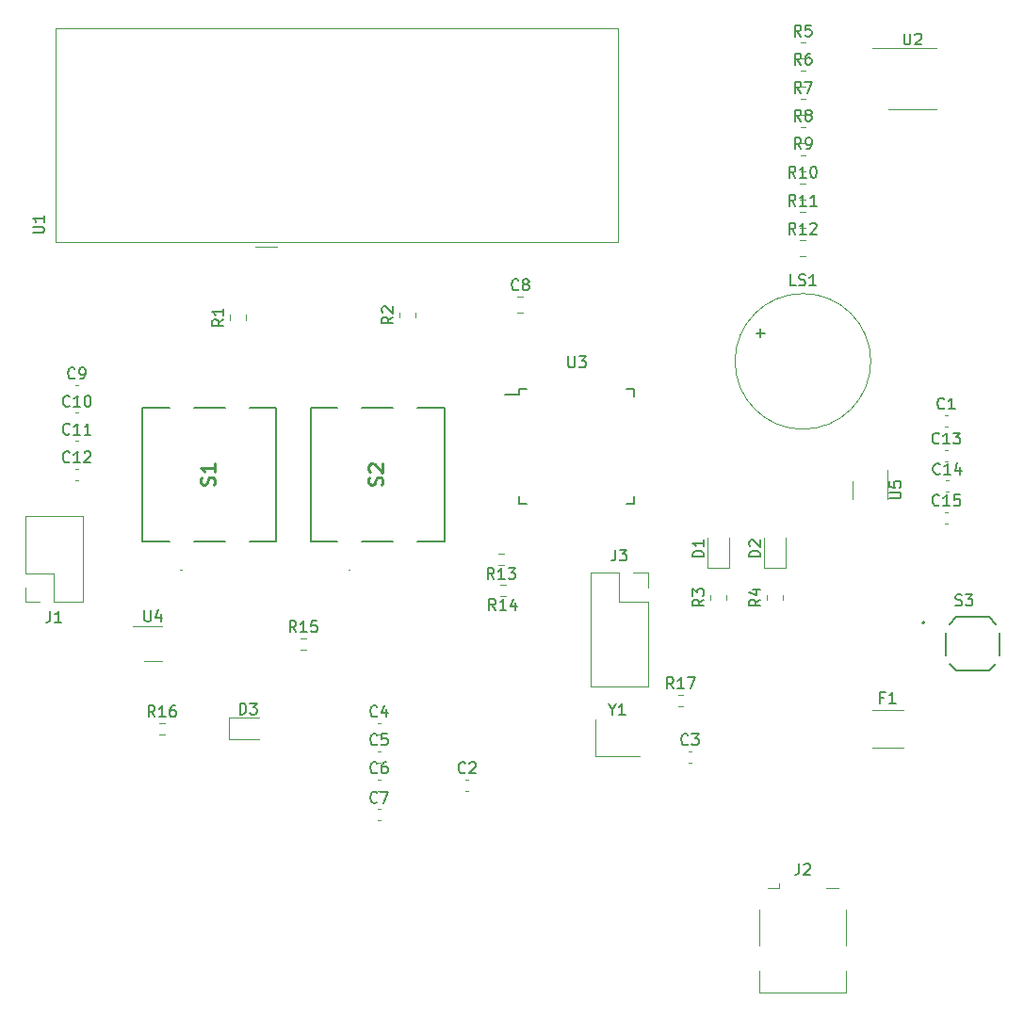
<source format=gbr>
%TF.GenerationSoftware,KiCad,Pcbnew,(7.0.0-0)*%
%TF.CreationDate,2023-05-29T15:25:59-06:00*%
%TF.ProjectId,Phase_B_ATMEGA_v3,50686173-655f-4425-9f41-544d4547415f,rev?*%
%TF.SameCoordinates,Original*%
%TF.FileFunction,Legend,Top*%
%TF.FilePolarity,Positive*%
%FSLAX46Y46*%
G04 Gerber Fmt 4.6, Leading zero omitted, Abs format (unit mm)*
G04 Created by KiCad (PCBNEW (7.0.0-0)) date 2023-05-29 15:25:59*
%MOMM*%
%LPD*%
G01*
G04 APERTURE LIST*
%ADD10C,0.150000*%
%ADD11C,0.254000*%
%ADD12C,0.120000*%
%ADD13C,0.100000*%
%ADD14C,0.200000*%
%ADD15C,0.127000*%
G04 APERTURE END LIST*
D10*
%TO.C,R3*%
X77457380Y-72199166D02*
X76981190Y-72532499D01*
X77457380Y-72770594D02*
X76457380Y-72770594D01*
X76457380Y-72770594D02*
X76457380Y-72389642D01*
X76457380Y-72389642D02*
X76505000Y-72294404D01*
X76505000Y-72294404D02*
X76552619Y-72246785D01*
X76552619Y-72246785D02*
X76647857Y-72199166D01*
X76647857Y-72199166D02*
X76790714Y-72199166D01*
X76790714Y-72199166D02*
X76885952Y-72246785D01*
X76885952Y-72246785D02*
X76933571Y-72294404D01*
X76933571Y-72294404D02*
X76981190Y-72389642D01*
X76981190Y-72389642D02*
X76981190Y-72770594D01*
X76457380Y-71865832D02*
X76457380Y-71246785D01*
X76457380Y-71246785D02*
X76838333Y-71580118D01*
X76838333Y-71580118D02*
X76838333Y-71437261D01*
X76838333Y-71437261D02*
X76885952Y-71342023D01*
X76885952Y-71342023D02*
X76933571Y-71294404D01*
X76933571Y-71294404D02*
X77028809Y-71246785D01*
X77028809Y-71246785D02*
X77266904Y-71246785D01*
X77266904Y-71246785D02*
X77362142Y-71294404D01*
X77362142Y-71294404D02*
X77409761Y-71342023D01*
X77409761Y-71342023D02*
X77457380Y-71437261D01*
X77457380Y-71437261D02*
X77457380Y-71722975D01*
X77457380Y-71722975D02*
X77409761Y-71818213D01*
X77409761Y-71818213D02*
X77362142Y-71865832D01*
%TO.C,D3*%
X35759405Y-82537380D02*
X35759405Y-81537380D01*
X35759405Y-81537380D02*
X35997500Y-81537380D01*
X35997500Y-81537380D02*
X36140357Y-81585000D01*
X36140357Y-81585000D02*
X36235595Y-81680238D01*
X36235595Y-81680238D02*
X36283214Y-81775476D01*
X36283214Y-81775476D02*
X36330833Y-81965952D01*
X36330833Y-81965952D02*
X36330833Y-82108809D01*
X36330833Y-82108809D02*
X36283214Y-82299285D01*
X36283214Y-82299285D02*
X36235595Y-82394523D01*
X36235595Y-82394523D02*
X36140357Y-82489761D01*
X36140357Y-82489761D02*
X35997500Y-82537380D01*
X35997500Y-82537380D02*
X35759405Y-82537380D01*
X36664167Y-81537380D02*
X37283214Y-81537380D01*
X37283214Y-81537380D02*
X36949881Y-81918333D01*
X36949881Y-81918333D02*
X37092738Y-81918333D01*
X37092738Y-81918333D02*
X37187976Y-81965952D01*
X37187976Y-81965952D02*
X37235595Y-82013571D01*
X37235595Y-82013571D02*
X37283214Y-82108809D01*
X37283214Y-82108809D02*
X37283214Y-82346904D01*
X37283214Y-82346904D02*
X37235595Y-82442142D01*
X37235595Y-82442142D02*
X37187976Y-82489761D01*
X37187976Y-82489761D02*
X37092738Y-82537380D01*
X37092738Y-82537380D02*
X36807024Y-82537380D01*
X36807024Y-82537380D02*
X36711786Y-82489761D01*
X36711786Y-82489761D02*
X36664167Y-82442142D01*
%TO.C,C4*%
X48093333Y-82662142D02*
X48045714Y-82709761D01*
X48045714Y-82709761D02*
X47902857Y-82757380D01*
X47902857Y-82757380D02*
X47807619Y-82757380D01*
X47807619Y-82757380D02*
X47664762Y-82709761D01*
X47664762Y-82709761D02*
X47569524Y-82614523D01*
X47569524Y-82614523D02*
X47521905Y-82519285D01*
X47521905Y-82519285D02*
X47474286Y-82328809D01*
X47474286Y-82328809D02*
X47474286Y-82185952D01*
X47474286Y-82185952D02*
X47521905Y-81995476D01*
X47521905Y-81995476D02*
X47569524Y-81900238D01*
X47569524Y-81900238D02*
X47664762Y-81805000D01*
X47664762Y-81805000D02*
X47807619Y-81757380D01*
X47807619Y-81757380D02*
X47902857Y-81757380D01*
X47902857Y-81757380D02*
X48045714Y-81805000D01*
X48045714Y-81805000D02*
X48093333Y-81852619D01*
X48950476Y-82090714D02*
X48950476Y-82757380D01*
X48712381Y-81709761D02*
X48474286Y-82424047D01*
X48474286Y-82424047D02*
X49093333Y-82424047D01*
%TO.C,R14*%
X58741447Y-73163289D02*
X58408114Y-72687099D01*
X58170019Y-73163289D02*
X58170019Y-72163289D01*
X58170019Y-72163289D02*
X58550971Y-72163289D01*
X58550971Y-72163289D02*
X58646209Y-72210909D01*
X58646209Y-72210909D02*
X58693828Y-72258528D01*
X58693828Y-72258528D02*
X58741447Y-72353766D01*
X58741447Y-72353766D02*
X58741447Y-72496623D01*
X58741447Y-72496623D02*
X58693828Y-72591861D01*
X58693828Y-72591861D02*
X58646209Y-72639480D01*
X58646209Y-72639480D02*
X58550971Y-72687099D01*
X58550971Y-72687099D02*
X58170019Y-72687099D01*
X59693828Y-73163289D02*
X59122400Y-73163289D01*
X59408114Y-73163289D02*
X59408114Y-72163289D01*
X59408114Y-72163289D02*
X59312876Y-72306147D01*
X59312876Y-72306147D02*
X59217638Y-72401385D01*
X59217638Y-72401385D02*
X59122400Y-72449004D01*
X60550971Y-72496623D02*
X60550971Y-73163289D01*
X60312876Y-72115670D02*
X60074781Y-72829956D01*
X60074781Y-72829956D02*
X60693828Y-72829956D01*
%TO.C,F1*%
X93646666Y-81013571D02*
X93313333Y-81013571D01*
X93313333Y-81537380D02*
X93313333Y-80537380D01*
X93313333Y-80537380D02*
X93789523Y-80537380D01*
X94694285Y-81537380D02*
X94122857Y-81537380D01*
X94408571Y-81537380D02*
X94408571Y-80537380D01*
X94408571Y-80537380D02*
X94313333Y-80680238D01*
X94313333Y-80680238D02*
X94218095Y-80775476D01*
X94218095Y-80775476D02*
X94122857Y-80823095D01*
%TO.C,C7*%
X48093333Y-90402142D02*
X48045714Y-90449761D01*
X48045714Y-90449761D02*
X47902857Y-90497380D01*
X47902857Y-90497380D02*
X47807619Y-90497380D01*
X47807619Y-90497380D02*
X47664762Y-90449761D01*
X47664762Y-90449761D02*
X47569524Y-90354523D01*
X47569524Y-90354523D02*
X47521905Y-90259285D01*
X47521905Y-90259285D02*
X47474286Y-90068809D01*
X47474286Y-90068809D02*
X47474286Y-89925952D01*
X47474286Y-89925952D02*
X47521905Y-89735476D01*
X47521905Y-89735476D02*
X47569524Y-89640238D01*
X47569524Y-89640238D02*
X47664762Y-89545000D01*
X47664762Y-89545000D02*
X47807619Y-89497380D01*
X47807619Y-89497380D02*
X47902857Y-89497380D01*
X47902857Y-89497380D02*
X48045714Y-89545000D01*
X48045714Y-89545000D02*
X48093333Y-89592619D01*
X48426667Y-89497380D02*
X49093333Y-89497380D01*
X49093333Y-89497380D02*
X48664762Y-90497380D01*
%TO.C,R10*%
X85697033Y-34278595D02*
X85363700Y-33802405D01*
X85125605Y-34278595D02*
X85125605Y-33278595D01*
X85125605Y-33278595D02*
X85506557Y-33278595D01*
X85506557Y-33278595D02*
X85601795Y-33326215D01*
X85601795Y-33326215D02*
X85649414Y-33373834D01*
X85649414Y-33373834D02*
X85697033Y-33469072D01*
X85697033Y-33469072D02*
X85697033Y-33611929D01*
X85697033Y-33611929D02*
X85649414Y-33707167D01*
X85649414Y-33707167D02*
X85601795Y-33754786D01*
X85601795Y-33754786D02*
X85506557Y-33802405D01*
X85506557Y-33802405D02*
X85125605Y-33802405D01*
X86649414Y-34278595D02*
X86077986Y-34278595D01*
X86363700Y-34278595D02*
X86363700Y-33278595D01*
X86363700Y-33278595D02*
X86268462Y-33421453D01*
X86268462Y-33421453D02*
X86173224Y-33516691D01*
X86173224Y-33516691D02*
X86077986Y-33564310D01*
X87268462Y-33278595D02*
X87363700Y-33278595D01*
X87363700Y-33278595D02*
X87458938Y-33326215D01*
X87458938Y-33326215D02*
X87506557Y-33373834D01*
X87506557Y-33373834D02*
X87554176Y-33469072D01*
X87554176Y-33469072D02*
X87601795Y-33659548D01*
X87601795Y-33659548D02*
X87601795Y-33897643D01*
X87601795Y-33897643D02*
X87554176Y-34088119D01*
X87554176Y-34088119D02*
X87506557Y-34183357D01*
X87506557Y-34183357D02*
X87458938Y-34230976D01*
X87458938Y-34230976D02*
X87363700Y-34278595D01*
X87363700Y-34278595D02*
X87268462Y-34278595D01*
X87268462Y-34278595D02*
X87173224Y-34230976D01*
X87173224Y-34230976D02*
X87125605Y-34183357D01*
X87125605Y-34183357D02*
X87077986Y-34088119D01*
X87077986Y-34088119D02*
X87030367Y-33897643D01*
X87030367Y-33897643D02*
X87030367Y-33659548D01*
X87030367Y-33659548D02*
X87077986Y-33469072D01*
X87077986Y-33469072D02*
X87125605Y-33373834D01*
X87125605Y-33373834D02*
X87173224Y-33326215D01*
X87173224Y-33326215D02*
X87268462Y-33278595D01*
%TO.C,R2*%
X49517380Y-46799166D02*
X49041190Y-47132499D01*
X49517380Y-47370594D02*
X48517380Y-47370594D01*
X48517380Y-47370594D02*
X48517380Y-46989642D01*
X48517380Y-46989642D02*
X48565000Y-46894404D01*
X48565000Y-46894404D02*
X48612619Y-46846785D01*
X48612619Y-46846785D02*
X48707857Y-46799166D01*
X48707857Y-46799166D02*
X48850714Y-46799166D01*
X48850714Y-46799166D02*
X48945952Y-46846785D01*
X48945952Y-46846785D02*
X48993571Y-46894404D01*
X48993571Y-46894404D02*
X49041190Y-46989642D01*
X49041190Y-46989642D02*
X49041190Y-47370594D01*
X48612619Y-46418213D02*
X48565000Y-46370594D01*
X48565000Y-46370594D02*
X48517380Y-46275356D01*
X48517380Y-46275356D02*
X48517380Y-46037261D01*
X48517380Y-46037261D02*
X48565000Y-45942023D01*
X48565000Y-45942023D02*
X48612619Y-45894404D01*
X48612619Y-45894404D02*
X48707857Y-45846785D01*
X48707857Y-45846785D02*
X48803095Y-45846785D01*
X48803095Y-45846785D02*
X48945952Y-45894404D01*
X48945952Y-45894404D02*
X49517380Y-46465832D01*
X49517380Y-46465832D02*
X49517380Y-45846785D01*
%TO.C,C10*%
X20452142Y-54782142D02*
X20404523Y-54829761D01*
X20404523Y-54829761D02*
X20261666Y-54877380D01*
X20261666Y-54877380D02*
X20166428Y-54877380D01*
X20166428Y-54877380D02*
X20023571Y-54829761D01*
X20023571Y-54829761D02*
X19928333Y-54734523D01*
X19928333Y-54734523D02*
X19880714Y-54639285D01*
X19880714Y-54639285D02*
X19833095Y-54448809D01*
X19833095Y-54448809D02*
X19833095Y-54305952D01*
X19833095Y-54305952D02*
X19880714Y-54115476D01*
X19880714Y-54115476D02*
X19928333Y-54020238D01*
X19928333Y-54020238D02*
X20023571Y-53925000D01*
X20023571Y-53925000D02*
X20166428Y-53877380D01*
X20166428Y-53877380D02*
X20261666Y-53877380D01*
X20261666Y-53877380D02*
X20404523Y-53925000D01*
X20404523Y-53925000D02*
X20452142Y-53972619D01*
X21404523Y-54877380D02*
X20833095Y-54877380D01*
X21118809Y-54877380D02*
X21118809Y-53877380D01*
X21118809Y-53877380D02*
X21023571Y-54020238D01*
X21023571Y-54020238D02*
X20928333Y-54115476D01*
X20928333Y-54115476D02*
X20833095Y-54163095D01*
X22023571Y-53877380D02*
X22118809Y-53877380D01*
X22118809Y-53877380D02*
X22214047Y-53925000D01*
X22214047Y-53925000D02*
X22261666Y-53972619D01*
X22261666Y-53972619D02*
X22309285Y-54067857D01*
X22309285Y-54067857D02*
X22356904Y-54258333D01*
X22356904Y-54258333D02*
X22356904Y-54496428D01*
X22356904Y-54496428D02*
X22309285Y-54686904D01*
X22309285Y-54686904D02*
X22261666Y-54782142D01*
X22261666Y-54782142D02*
X22214047Y-54829761D01*
X22214047Y-54829761D02*
X22118809Y-54877380D01*
X22118809Y-54877380D02*
X22023571Y-54877380D01*
X22023571Y-54877380D02*
X21928333Y-54829761D01*
X21928333Y-54829761D02*
X21880714Y-54782142D01*
X21880714Y-54782142D02*
X21833095Y-54686904D01*
X21833095Y-54686904D02*
X21785476Y-54496428D01*
X21785476Y-54496428D02*
X21785476Y-54258333D01*
X21785476Y-54258333D02*
X21833095Y-54067857D01*
X21833095Y-54067857D02*
X21880714Y-53972619D01*
X21880714Y-53972619D02*
X21928333Y-53925000D01*
X21928333Y-53925000D02*
X22023571Y-53877380D01*
%TO.C,R15*%
X40822142Y-75137380D02*
X40488809Y-74661190D01*
X40250714Y-75137380D02*
X40250714Y-74137380D01*
X40250714Y-74137380D02*
X40631666Y-74137380D01*
X40631666Y-74137380D02*
X40726904Y-74185000D01*
X40726904Y-74185000D02*
X40774523Y-74232619D01*
X40774523Y-74232619D02*
X40822142Y-74327857D01*
X40822142Y-74327857D02*
X40822142Y-74470714D01*
X40822142Y-74470714D02*
X40774523Y-74565952D01*
X40774523Y-74565952D02*
X40726904Y-74613571D01*
X40726904Y-74613571D02*
X40631666Y-74661190D01*
X40631666Y-74661190D02*
X40250714Y-74661190D01*
X41774523Y-75137380D02*
X41203095Y-75137380D01*
X41488809Y-75137380D02*
X41488809Y-74137380D01*
X41488809Y-74137380D02*
X41393571Y-74280238D01*
X41393571Y-74280238D02*
X41298333Y-74375476D01*
X41298333Y-74375476D02*
X41203095Y-74423095D01*
X42679285Y-74137380D02*
X42203095Y-74137380D01*
X42203095Y-74137380D02*
X42155476Y-74613571D01*
X42155476Y-74613571D02*
X42203095Y-74565952D01*
X42203095Y-74565952D02*
X42298333Y-74518333D01*
X42298333Y-74518333D02*
X42536428Y-74518333D01*
X42536428Y-74518333D02*
X42631666Y-74565952D01*
X42631666Y-74565952D02*
X42679285Y-74613571D01*
X42679285Y-74613571D02*
X42726904Y-74708809D01*
X42726904Y-74708809D02*
X42726904Y-74946904D01*
X42726904Y-74946904D02*
X42679285Y-75042142D01*
X42679285Y-75042142D02*
X42631666Y-75089761D01*
X42631666Y-75089761D02*
X42536428Y-75137380D01*
X42536428Y-75137380D02*
X42298333Y-75137380D01*
X42298333Y-75137380D02*
X42203095Y-75089761D01*
X42203095Y-75089761D02*
X42155476Y-75042142D01*
%TO.C,R4*%
X82537380Y-72199166D02*
X82061190Y-72532499D01*
X82537380Y-72770594D02*
X81537380Y-72770594D01*
X81537380Y-72770594D02*
X81537380Y-72389642D01*
X81537380Y-72389642D02*
X81585000Y-72294404D01*
X81585000Y-72294404D02*
X81632619Y-72246785D01*
X81632619Y-72246785D02*
X81727857Y-72199166D01*
X81727857Y-72199166D02*
X81870714Y-72199166D01*
X81870714Y-72199166D02*
X81965952Y-72246785D01*
X81965952Y-72246785D02*
X82013571Y-72294404D01*
X82013571Y-72294404D02*
X82061190Y-72389642D01*
X82061190Y-72389642D02*
X82061190Y-72770594D01*
X81870714Y-71342023D02*
X82537380Y-71342023D01*
X81489761Y-71580118D02*
X82204047Y-71818213D01*
X82204047Y-71818213D02*
X82204047Y-71199166D01*
%TO.C,C1*%
X99068333Y-54987142D02*
X99020714Y-55034761D01*
X99020714Y-55034761D02*
X98877857Y-55082380D01*
X98877857Y-55082380D02*
X98782619Y-55082380D01*
X98782619Y-55082380D02*
X98639762Y-55034761D01*
X98639762Y-55034761D02*
X98544524Y-54939523D01*
X98544524Y-54939523D02*
X98496905Y-54844285D01*
X98496905Y-54844285D02*
X98449286Y-54653809D01*
X98449286Y-54653809D02*
X98449286Y-54510952D01*
X98449286Y-54510952D02*
X98496905Y-54320476D01*
X98496905Y-54320476D02*
X98544524Y-54225238D01*
X98544524Y-54225238D02*
X98639762Y-54130000D01*
X98639762Y-54130000D02*
X98782619Y-54082380D01*
X98782619Y-54082380D02*
X98877857Y-54082380D01*
X98877857Y-54082380D02*
X99020714Y-54130000D01*
X99020714Y-54130000D02*
X99068333Y-54177619D01*
X100020714Y-55082380D02*
X99449286Y-55082380D01*
X99735000Y-55082380D02*
X99735000Y-54082380D01*
X99735000Y-54082380D02*
X99639762Y-54225238D01*
X99639762Y-54225238D02*
X99544524Y-54320476D01*
X99544524Y-54320476D02*
X99449286Y-54368095D01*
%TO.C,C14*%
X98678645Y-60864437D02*
X98631026Y-60912056D01*
X98631026Y-60912056D02*
X98488169Y-60959675D01*
X98488169Y-60959675D02*
X98392931Y-60959675D01*
X98392931Y-60959675D02*
X98250074Y-60912056D01*
X98250074Y-60912056D02*
X98154836Y-60816818D01*
X98154836Y-60816818D02*
X98107217Y-60721580D01*
X98107217Y-60721580D02*
X98059598Y-60531104D01*
X98059598Y-60531104D02*
X98059598Y-60388247D01*
X98059598Y-60388247D02*
X98107217Y-60197771D01*
X98107217Y-60197771D02*
X98154836Y-60102533D01*
X98154836Y-60102533D02*
X98250074Y-60007295D01*
X98250074Y-60007295D02*
X98392931Y-59959675D01*
X98392931Y-59959675D02*
X98488169Y-59959675D01*
X98488169Y-59959675D02*
X98631026Y-60007295D01*
X98631026Y-60007295D02*
X98678645Y-60054914D01*
X99631026Y-60959675D02*
X99059598Y-60959675D01*
X99345312Y-60959675D02*
X99345312Y-59959675D01*
X99345312Y-59959675D02*
X99250074Y-60102533D01*
X99250074Y-60102533D02*
X99154836Y-60197771D01*
X99154836Y-60197771D02*
X99059598Y-60245390D01*
X100488169Y-60293009D02*
X100488169Y-60959675D01*
X100250074Y-59912056D02*
X100011979Y-60626342D01*
X100011979Y-60626342D02*
X100631026Y-60626342D01*
%TO.C,C13*%
X98595441Y-58118714D02*
X98547822Y-58166333D01*
X98547822Y-58166333D02*
X98404965Y-58213952D01*
X98404965Y-58213952D02*
X98309727Y-58213952D01*
X98309727Y-58213952D02*
X98166870Y-58166333D01*
X98166870Y-58166333D02*
X98071632Y-58071095D01*
X98071632Y-58071095D02*
X98024013Y-57975857D01*
X98024013Y-57975857D02*
X97976394Y-57785381D01*
X97976394Y-57785381D02*
X97976394Y-57642524D01*
X97976394Y-57642524D02*
X98024013Y-57452048D01*
X98024013Y-57452048D02*
X98071632Y-57356810D01*
X98071632Y-57356810D02*
X98166870Y-57261572D01*
X98166870Y-57261572D02*
X98309727Y-57213952D01*
X98309727Y-57213952D02*
X98404965Y-57213952D01*
X98404965Y-57213952D02*
X98547822Y-57261572D01*
X98547822Y-57261572D02*
X98595441Y-57309191D01*
X99547822Y-58213952D02*
X98976394Y-58213952D01*
X99262108Y-58213952D02*
X99262108Y-57213952D01*
X99262108Y-57213952D02*
X99166870Y-57356810D01*
X99166870Y-57356810D02*
X99071632Y-57452048D01*
X99071632Y-57452048D02*
X98976394Y-57499667D01*
X99881156Y-57213952D02*
X100500203Y-57213952D01*
X100500203Y-57213952D02*
X100166870Y-57594905D01*
X100166870Y-57594905D02*
X100309727Y-57594905D01*
X100309727Y-57594905D02*
X100404965Y-57642524D01*
X100404965Y-57642524D02*
X100452584Y-57690143D01*
X100452584Y-57690143D02*
X100500203Y-57785381D01*
X100500203Y-57785381D02*
X100500203Y-58023476D01*
X100500203Y-58023476D02*
X100452584Y-58118714D01*
X100452584Y-58118714D02*
X100404965Y-58166333D01*
X100404965Y-58166333D02*
X100309727Y-58213952D01*
X100309727Y-58213952D02*
X100024013Y-58213952D01*
X100024013Y-58213952D02*
X99928775Y-58166333D01*
X99928775Y-58166333D02*
X99881156Y-58118714D01*
%TO.C,D1*%
X77457380Y-68380594D02*
X76457380Y-68380594D01*
X76457380Y-68380594D02*
X76457380Y-68142499D01*
X76457380Y-68142499D02*
X76505000Y-67999642D01*
X76505000Y-67999642D02*
X76600238Y-67904404D01*
X76600238Y-67904404D02*
X76695476Y-67856785D01*
X76695476Y-67856785D02*
X76885952Y-67809166D01*
X76885952Y-67809166D02*
X77028809Y-67809166D01*
X77028809Y-67809166D02*
X77219285Y-67856785D01*
X77219285Y-67856785D02*
X77314523Y-67904404D01*
X77314523Y-67904404D02*
X77409761Y-67999642D01*
X77409761Y-67999642D02*
X77457380Y-68142499D01*
X77457380Y-68142499D02*
X77457380Y-68380594D01*
X77457380Y-66856785D02*
X77457380Y-67428213D01*
X77457380Y-67142499D02*
X76457380Y-67142499D01*
X76457380Y-67142499D02*
X76600238Y-67237737D01*
X76600238Y-67237737D02*
X76695476Y-67332975D01*
X76695476Y-67332975D02*
X76743095Y-67428213D01*
%TO.C,Y1*%
X69203809Y-82111190D02*
X69203809Y-82587380D01*
X68870476Y-81587380D02*
X69203809Y-82111190D01*
X69203809Y-82111190D02*
X69537142Y-81587380D01*
X70394285Y-82587380D02*
X69822857Y-82587380D01*
X70108571Y-82587380D02*
X70108571Y-81587380D01*
X70108571Y-81587380D02*
X70013333Y-81730238D01*
X70013333Y-81730238D02*
X69918095Y-81825476D01*
X69918095Y-81825476D02*
X69822857Y-81873095D01*
D11*
%TO.C,S2*%
X48526097Y-61927619D02*
X48586573Y-61746190D01*
X48586573Y-61746190D02*
X48586573Y-61443809D01*
X48586573Y-61443809D02*
X48526097Y-61322857D01*
X48526097Y-61322857D02*
X48465621Y-61262381D01*
X48465621Y-61262381D02*
X48344669Y-61201904D01*
X48344669Y-61201904D02*
X48223716Y-61201904D01*
X48223716Y-61201904D02*
X48102764Y-61262381D01*
X48102764Y-61262381D02*
X48042288Y-61322857D01*
X48042288Y-61322857D02*
X47981811Y-61443809D01*
X47981811Y-61443809D02*
X47921335Y-61685714D01*
X47921335Y-61685714D02*
X47860859Y-61806666D01*
X47860859Y-61806666D02*
X47800383Y-61867143D01*
X47800383Y-61867143D02*
X47679430Y-61927619D01*
X47679430Y-61927619D02*
X47558478Y-61927619D01*
X47558478Y-61927619D02*
X47437526Y-61867143D01*
X47437526Y-61867143D02*
X47377050Y-61806666D01*
X47377050Y-61806666D02*
X47316573Y-61685714D01*
X47316573Y-61685714D02*
X47316573Y-61383333D01*
X47316573Y-61383333D02*
X47377050Y-61201904D01*
X47437526Y-60718095D02*
X47377050Y-60657619D01*
X47377050Y-60657619D02*
X47316573Y-60536666D01*
X47316573Y-60536666D02*
X47316573Y-60234285D01*
X47316573Y-60234285D02*
X47377050Y-60113333D01*
X47377050Y-60113333D02*
X47437526Y-60052857D01*
X47437526Y-60052857D02*
X47558478Y-59992380D01*
X47558478Y-59992380D02*
X47679430Y-59992380D01*
X47679430Y-59992380D02*
X47860859Y-60052857D01*
X47860859Y-60052857D02*
X48586573Y-60778571D01*
X48586573Y-60778571D02*
X48586573Y-59992380D01*
D10*
%TO.C,C6*%
X48093333Y-87742142D02*
X48045714Y-87789761D01*
X48045714Y-87789761D02*
X47902857Y-87837380D01*
X47902857Y-87837380D02*
X47807619Y-87837380D01*
X47807619Y-87837380D02*
X47664762Y-87789761D01*
X47664762Y-87789761D02*
X47569524Y-87694523D01*
X47569524Y-87694523D02*
X47521905Y-87599285D01*
X47521905Y-87599285D02*
X47474286Y-87408809D01*
X47474286Y-87408809D02*
X47474286Y-87265952D01*
X47474286Y-87265952D02*
X47521905Y-87075476D01*
X47521905Y-87075476D02*
X47569524Y-86980238D01*
X47569524Y-86980238D02*
X47664762Y-86885000D01*
X47664762Y-86885000D02*
X47807619Y-86837380D01*
X47807619Y-86837380D02*
X47902857Y-86837380D01*
X47902857Y-86837380D02*
X48045714Y-86885000D01*
X48045714Y-86885000D02*
X48093333Y-86932619D01*
X48950476Y-86837380D02*
X48760000Y-86837380D01*
X48760000Y-86837380D02*
X48664762Y-86885000D01*
X48664762Y-86885000D02*
X48617143Y-86932619D01*
X48617143Y-86932619D02*
X48521905Y-87075476D01*
X48521905Y-87075476D02*
X48474286Y-87265952D01*
X48474286Y-87265952D02*
X48474286Y-87646904D01*
X48474286Y-87646904D02*
X48521905Y-87742142D01*
X48521905Y-87742142D02*
X48569524Y-87789761D01*
X48569524Y-87789761D02*
X48664762Y-87837380D01*
X48664762Y-87837380D02*
X48855238Y-87837380D01*
X48855238Y-87837380D02*
X48950476Y-87789761D01*
X48950476Y-87789761D02*
X48998095Y-87742142D01*
X48998095Y-87742142D02*
X49045714Y-87646904D01*
X49045714Y-87646904D02*
X49045714Y-87408809D01*
X49045714Y-87408809D02*
X48998095Y-87313571D01*
X48998095Y-87313571D02*
X48950476Y-87265952D01*
X48950476Y-87265952D02*
X48855238Y-87218333D01*
X48855238Y-87218333D02*
X48664762Y-87218333D01*
X48664762Y-87218333D02*
X48569524Y-87265952D01*
X48569524Y-87265952D02*
X48521905Y-87313571D01*
X48521905Y-87313571D02*
X48474286Y-87408809D01*
%TO.C,R17*%
X74732142Y-80217380D02*
X74398809Y-79741190D01*
X74160714Y-80217380D02*
X74160714Y-79217380D01*
X74160714Y-79217380D02*
X74541666Y-79217380D01*
X74541666Y-79217380D02*
X74636904Y-79265000D01*
X74636904Y-79265000D02*
X74684523Y-79312619D01*
X74684523Y-79312619D02*
X74732142Y-79407857D01*
X74732142Y-79407857D02*
X74732142Y-79550714D01*
X74732142Y-79550714D02*
X74684523Y-79645952D01*
X74684523Y-79645952D02*
X74636904Y-79693571D01*
X74636904Y-79693571D02*
X74541666Y-79741190D01*
X74541666Y-79741190D02*
X74160714Y-79741190D01*
X75684523Y-80217380D02*
X75113095Y-80217380D01*
X75398809Y-80217380D02*
X75398809Y-79217380D01*
X75398809Y-79217380D02*
X75303571Y-79360238D01*
X75303571Y-79360238D02*
X75208333Y-79455476D01*
X75208333Y-79455476D02*
X75113095Y-79503095D01*
X76017857Y-79217380D02*
X76684523Y-79217380D01*
X76684523Y-79217380D02*
X76255952Y-80217380D01*
D11*
%TO.C,S1*%
X33426097Y-61927619D02*
X33486573Y-61746190D01*
X33486573Y-61746190D02*
X33486573Y-61443809D01*
X33486573Y-61443809D02*
X33426097Y-61322857D01*
X33426097Y-61322857D02*
X33365621Y-61262381D01*
X33365621Y-61262381D02*
X33244669Y-61201904D01*
X33244669Y-61201904D02*
X33123716Y-61201904D01*
X33123716Y-61201904D02*
X33002764Y-61262381D01*
X33002764Y-61262381D02*
X32942288Y-61322857D01*
X32942288Y-61322857D02*
X32881811Y-61443809D01*
X32881811Y-61443809D02*
X32821335Y-61685714D01*
X32821335Y-61685714D02*
X32760859Y-61806666D01*
X32760859Y-61806666D02*
X32700383Y-61867143D01*
X32700383Y-61867143D02*
X32579430Y-61927619D01*
X32579430Y-61927619D02*
X32458478Y-61927619D01*
X32458478Y-61927619D02*
X32337526Y-61867143D01*
X32337526Y-61867143D02*
X32277050Y-61806666D01*
X32277050Y-61806666D02*
X32216573Y-61685714D01*
X32216573Y-61685714D02*
X32216573Y-61383333D01*
X32216573Y-61383333D02*
X32277050Y-61201904D01*
X33486573Y-59992380D02*
X33486573Y-60718095D01*
X33486573Y-60355238D02*
X32216573Y-60355238D01*
X32216573Y-60355238D02*
X32398002Y-60476190D01*
X32398002Y-60476190D02*
X32518954Y-60597142D01*
X32518954Y-60597142D02*
X32579430Y-60718095D01*
D10*
%TO.C,J2*%
X86026666Y-95967380D02*
X86026666Y-96681666D01*
X86026666Y-96681666D02*
X85979047Y-96824523D01*
X85979047Y-96824523D02*
X85883809Y-96919761D01*
X85883809Y-96919761D02*
X85740952Y-96967380D01*
X85740952Y-96967380D02*
X85645714Y-96967380D01*
X86455238Y-96062619D02*
X86502857Y-96015000D01*
X86502857Y-96015000D02*
X86598095Y-95967380D01*
X86598095Y-95967380D02*
X86836190Y-95967380D01*
X86836190Y-95967380D02*
X86931428Y-96015000D01*
X86931428Y-96015000D02*
X86979047Y-96062619D01*
X86979047Y-96062619D02*
X87026666Y-96157857D01*
X87026666Y-96157857D02*
X87026666Y-96253095D01*
X87026666Y-96253095D02*
X86979047Y-96395952D01*
X86979047Y-96395952D02*
X86407619Y-96967380D01*
X86407619Y-96967380D02*
X87026666Y-96967380D01*
%TO.C,C3*%
X76033333Y-85202142D02*
X75985714Y-85249761D01*
X75985714Y-85249761D02*
X75842857Y-85297380D01*
X75842857Y-85297380D02*
X75747619Y-85297380D01*
X75747619Y-85297380D02*
X75604762Y-85249761D01*
X75604762Y-85249761D02*
X75509524Y-85154523D01*
X75509524Y-85154523D02*
X75461905Y-85059285D01*
X75461905Y-85059285D02*
X75414286Y-84868809D01*
X75414286Y-84868809D02*
X75414286Y-84725952D01*
X75414286Y-84725952D02*
X75461905Y-84535476D01*
X75461905Y-84535476D02*
X75509524Y-84440238D01*
X75509524Y-84440238D02*
X75604762Y-84345000D01*
X75604762Y-84345000D02*
X75747619Y-84297380D01*
X75747619Y-84297380D02*
X75842857Y-84297380D01*
X75842857Y-84297380D02*
X75985714Y-84345000D01*
X75985714Y-84345000D02*
X76033333Y-84392619D01*
X76366667Y-84297380D02*
X76985714Y-84297380D01*
X76985714Y-84297380D02*
X76652381Y-84678333D01*
X76652381Y-84678333D02*
X76795238Y-84678333D01*
X76795238Y-84678333D02*
X76890476Y-84725952D01*
X76890476Y-84725952D02*
X76938095Y-84773571D01*
X76938095Y-84773571D02*
X76985714Y-84868809D01*
X76985714Y-84868809D02*
X76985714Y-85106904D01*
X76985714Y-85106904D02*
X76938095Y-85202142D01*
X76938095Y-85202142D02*
X76890476Y-85249761D01*
X76890476Y-85249761D02*
X76795238Y-85297380D01*
X76795238Y-85297380D02*
X76509524Y-85297380D01*
X76509524Y-85297380D02*
X76414286Y-85249761D01*
X76414286Y-85249761D02*
X76366667Y-85202142D01*
%TO.C,R8*%
X86193333Y-29197380D02*
X85860000Y-28721190D01*
X85621905Y-29197380D02*
X85621905Y-28197380D01*
X85621905Y-28197380D02*
X86002857Y-28197380D01*
X86002857Y-28197380D02*
X86098095Y-28245000D01*
X86098095Y-28245000D02*
X86145714Y-28292619D01*
X86145714Y-28292619D02*
X86193333Y-28387857D01*
X86193333Y-28387857D02*
X86193333Y-28530714D01*
X86193333Y-28530714D02*
X86145714Y-28625952D01*
X86145714Y-28625952D02*
X86098095Y-28673571D01*
X86098095Y-28673571D02*
X86002857Y-28721190D01*
X86002857Y-28721190D02*
X85621905Y-28721190D01*
X86764762Y-28625952D02*
X86669524Y-28578333D01*
X86669524Y-28578333D02*
X86621905Y-28530714D01*
X86621905Y-28530714D02*
X86574286Y-28435476D01*
X86574286Y-28435476D02*
X86574286Y-28387857D01*
X86574286Y-28387857D02*
X86621905Y-28292619D01*
X86621905Y-28292619D02*
X86669524Y-28245000D01*
X86669524Y-28245000D02*
X86764762Y-28197380D01*
X86764762Y-28197380D02*
X86955238Y-28197380D01*
X86955238Y-28197380D02*
X87050476Y-28245000D01*
X87050476Y-28245000D02*
X87098095Y-28292619D01*
X87098095Y-28292619D02*
X87145714Y-28387857D01*
X87145714Y-28387857D02*
X87145714Y-28435476D01*
X87145714Y-28435476D02*
X87098095Y-28530714D01*
X87098095Y-28530714D02*
X87050476Y-28578333D01*
X87050476Y-28578333D02*
X86955238Y-28625952D01*
X86955238Y-28625952D02*
X86764762Y-28625952D01*
X86764762Y-28625952D02*
X86669524Y-28673571D01*
X86669524Y-28673571D02*
X86621905Y-28721190D01*
X86621905Y-28721190D02*
X86574286Y-28816428D01*
X86574286Y-28816428D02*
X86574286Y-29006904D01*
X86574286Y-29006904D02*
X86621905Y-29102142D01*
X86621905Y-29102142D02*
X86669524Y-29149761D01*
X86669524Y-29149761D02*
X86764762Y-29197380D01*
X86764762Y-29197380D02*
X86955238Y-29197380D01*
X86955238Y-29197380D02*
X87050476Y-29149761D01*
X87050476Y-29149761D02*
X87098095Y-29102142D01*
X87098095Y-29102142D02*
X87145714Y-29006904D01*
X87145714Y-29006904D02*
X87145714Y-28816428D01*
X87145714Y-28816428D02*
X87098095Y-28721190D01*
X87098095Y-28721190D02*
X87050476Y-28673571D01*
X87050476Y-28673571D02*
X86955238Y-28625952D01*
%TO.C,R16*%
X28122142Y-82757380D02*
X27788809Y-82281190D01*
X27550714Y-82757380D02*
X27550714Y-81757380D01*
X27550714Y-81757380D02*
X27931666Y-81757380D01*
X27931666Y-81757380D02*
X28026904Y-81805000D01*
X28026904Y-81805000D02*
X28074523Y-81852619D01*
X28074523Y-81852619D02*
X28122142Y-81947857D01*
X28122142Y-81947857D02*
X28122142Y-82090714D01*
X28122142Y-82090714D02*
X28074523Y-82185952D01*
X28074523Y-82185952D02*
X28026904Y-82233571D01*
X28026904Y-82233571D02*
X27931666Y-82281190D01*
X27931666Y-82281190D02*
X27550714Y-82281190D01*
X29074523Y-82757380D02*
X28503095Y-82757380D01*
X28788809Y-82757380D02*
X28788809Y-81757380D01*
X28788809Y-81757380D02*
X28693571Y-81900238D01*
X28693571Y-81900238D02*
X28598333Y-81995476D01*
X28598333Y-81995476D02*
X28503095Y-82043095D01*
X29931666Y-81757380D02*
X29741190Y-81757380D01*
X29741190Y-81757380D02*
X29645952Y-81805000D01*
X29645952Y-81805000D02*
X29598333Y-81852619D01*
X29598333Y-81852619D02*
X29503095Y-81995476D01*
X29503095Y-81995476D02*
X29455476Y-82185952D01*
X29455476Y-82185952D02*
X29455476Y-82566904D01*
X29455476Y-82566904D02*
X29503095Y-82662142D01*
X29503095Y-82662142D02*
X29550714Y-82709761D01*
X29550714Y-82709761D02*
X29645952Y-82757380D01*
X29645952Y-82757380D02*
X29836428Y-82757380D01*
X29836428Y-82757380D02*
X29931666Y-82709761D01*
X29931666Y-82709761D02*
X29979285Y-82662142D01*
X29979285Y-82662142D02*
X30026904Y-82566904D01*
X30026904Y-82566904D02*
X30026904Y-82328809D01*
X30026904Y-82328809D02*
X29979285Y-82233571D01*
X29979285Y-82233571D02*
X29931666Y-82185952D01*
X29931666Y-82185952D02*
X29836428Y-82138333D01*
X29836428Y-82138333D02*
X29645952Y-82138333D01*
X29645952Y-82138333D02*
X29550714Y-82185952D01*
X29550714Y-82185952D02*
X29503095Y-82233571D01*
X29503095Y-82233571D02*
X29455476Y-82328809D01*
%TO.C,LS1*%
X85717142Y-43967380D02*
X85240952Y-43967380D01*
X85240952Y-43967380D02*
X85240952Y-42967380D01*
X86002857Y-43919761D02*
X86145714Y-43967380D01*
X86145714Y-43967380D02*
X86383809Y-43967380D01*
X86383809Y-43967380D02*
X86479047Y-43919761D01*
X86479047Y-43919761D02*
X86526666Y-43872142D01*
X86526666Y-43872142D02*
X86574285Y-43776904D01*
X86574285Y-43776904D02*
X86574285Y-43681666D01*
X86574285Y-43681666D02*
X86526666Y-43586428D01*
X86526666Y-43586428D02*
X86479047Y-43538809D01*
X86479047Y-43538809D02*
X86383809Y-43491190D01*
X86383809Y-43491190D02*
X86193333Y-43443571D01*
X86193333Y-43443571D02*
X86098095Y-43395952D01*
X86098095Y-43395952D02*
X86050476Y-43348333D01*
X86050476Y-43348333D02*
X86002857Y-43253095D01*
X86002857Y-43253095D02*
X86002857Y-43157857D01*
X86002857Y-43157857D02*
X86050476Y-43062619D01*
X86050476Y-43062619D02*
X86098095Y-43015000D01*
X86098095Y-43015000D02*
X86193333Y-42967380D01*
X86193333Y-42967380D02*
X86431428Y-42967380D01*
X86431428Y-42967380D02*
X86574285Y-43015000D01*
X87526666Y-43967380D02*
X86955238Y-43967380D01*
X87240952Y-43967380D02*
X87240952Y-42967380D01*
X87240952Y-42967380D02*
X87145714Y-43110238D01*
X87145714Y-43110238D02*
X87050476Y-43205476D01*
X87050476Y-43205476D02*
X86955238Y-43253095D01*
X82169048Y-48246428D02*
X82930953Y-48246428D01*
X82550000Y-48627380D02*
X82550000Y-47865476D01*
%TO.C,R11*%
X85697033Y-36818595D02*
X85363700Y-36342405D01*
X85125605Y-36818595D02*
X85125605Y-35818595D01*
X85125605Y-35818595D02*
X85506557Y-35818595D01*
X85506557Y-35818595D02*
X85601795Y-35866215D01*
X85601795Y-35866215D02*
X85649414Y-35913834D01*
X85649414Y-35913834D02*
X85697033Y-36009072D01*
X85697033Y-36009072D02*
X85697033Y-36151929D01*
X85697033Y-36151929D02*
X85649414Y-36247167D01*
X85649414Y-36247167D02*
X85601795Y-36294786D01*
X85601795Y-36294786D02*
X85506557Y-36342405D01*
X85506557Y-36342405D02*
X85125605Y-36342405D01*
X86649414Y-36818595D02*
X86077986Y-36818595D01*
X86363700Y-36818595D02*
X86363700Y-35818595D01*
X86363700Y-35818595D02*
X86268462Y-35961453D01*
X86268462Y-35961453D02*
X86173224Y-36056691D01*
X86173224Y-36056691D02*
X86077986Y-36104310D01*
X87601795Y-36818595D02*
X87030367Y-36818595D01*
X87316081Y-36818595D02*
X87316081Y-35818595D01*
X87316081Y-35818595D02*
X87220843Y-35961453D01*
X87220843Y-35961453D02*
X87125605Y-36056691D01*
X87125605Y-36056691D02*
X87030367Y-36104310D01*
%TO.C,J3*%
X69516666Y-67717380D02*
X69516666Y-68431666D01*
X69516666Y-68431666D02*
X69469047Y-68574523D01*
X69469047Y-68574523D02*
X69373809Y-68669761D01*
X69373809Y-68669761D02*
X69230952Y-68717380D01*
X69230952Y-68717380D02*
X69135714Y-68717380D01*
X69897619Y-67717380D02*
X70516666Y-67717380D01*
X70516666Y-67717380D02*
X70183333Y-68098333D01*
X70183333Y-68098333D02*
X70326190Y-68098333D01*
X70326190Y-68098333D02*
X70421428Y-68145952D01*
X70421428Y-68145952D02*
X70469047Y-68193571D01*
X70469047Y-68193571D02*
X70516666Y-68288809D01*
X70516666Y-68288809D02*
X70516666Y-68526904D01*
X70516666Y-68526904D02*
X70469047Y-68622142D01*
X70469047Y-68622142D02*
X70421428Y-68669761D01*
X70421428Y-68669761D02*
X70326190Y-68717380D01*
X70326190Y-68717380D02*
X70040476Y-68717380D01*
X70040476Y-68717380D02*
X69945238Y-68669761D01*
X69945238Y-68669761D02*
X69897619Y-68622142D01*
%TO.C,R13*%
X58602142Y-70377380D02*
X58268809Y-69901190D01*
X58030714Y-70377380D02*
X58030714Y-69377380D01*
X58030714Y-69377380D02*
X58411666Y-69377380D01*
X58411666Y-69377380D02*
X58506904Y-69425000D01*
X58506904Y-69425000D02*
X58554523Y-69472619D01*
X58554523Y-69472619D02*
X58602142Y-69567857D01*
X58602142Y-69567857D02*
X58602142Y-69710714D01*
X58602142Y-69710714D02*
X58554523Y-69805952D01*
X58554523Y-69805952D02*
X58506904Y-69853571D01*
X58506904Y-69853571D02*
X58411666Y-69901190D01*
X58411666Y-69901190D02*
X58030714Y-69901190D01*
X59554523Y-70377380D02*
X58983095Y-70377380D01*
X59268809Y-70377380D02*
X59268809Y-69377380D01*
X59268809Y-69377380D02*
X59173571Y-69520238D01*
X59173571Y-69520238D02*
X59078333Y-69615476D01*
X59078333Y-69615476D02*
X58983095Y-69663095D01*
X59887857Y-69377380D02*
X60506904Y-69377380D01*
X60506904Y-69377380D02*
X60173571Y-69758333D01*
X60173571Y-69758333D02*
X60316428Y-69758333D01*
X60316428Y-69758333D02*
X60411666Y-69805952D01*
X60411666Y-69805952D02*
X60459285Y-69853571D01*
X60459285Y-69853571D02*
X60506904Y-69948809D01*
X60506904Y-69948809D02*
X60506904Y-70186904D01*
X60506904Y-70186904D02*
X60459285Y-70282142D01*
X60459285Y-70282142D02*
X60411666Y-70329761D01*
X60411666Y-70329761D02*
X60316428Y-70377380D01*
X60316428Y-70377380D02*
X60030714Y-70377380D01*
X60030714Y-70377380D02*
X59935476Y-70329761D01*
X59935476Y-70329761D02*
X59887857Y-70282142D01*
%TO.C,C8*%
X60793333Y-44312142D02*
X60745714Y-44359761D01*
X60745714Y-44359761D02*
X60602857Y-44407380D01*
X60602857Y-44407380D02*
X60507619Y-44407380D01*
X60507619Y-44407380D02*
X60364762Y-44359761D01*
X60364762Y-44359761D02*
X60269524Y-44264523D01*
X60269524Y-44264523D02*
X60221905Y-44169285D01*
X60221905Y-44169285D02*
X60174286Y-43978809D01*
X60174286Y-43978809D02*
X60174286Y-43835952D01*
X60174286Y-43835952D02*
X60221905Y-43645476D01*
X60221905Y-43645476D02*
X60269524Y-43550238D01*
X60269524Y-43550238D02*
X60364762Y-43455000D01*
X60364762Y-43455000D02*
X60507619Y-43407380D01*
X60507619Y-43407380D02*
X60602857Y-43407380D01*
X60602857Y-43407380D02*
X60745714Y-43455000D01*
X60745714Y-43455000D02*
X60793333Y-43502619D01*
X61364762Y-43835952D02*
X61269524Y-43788333D01*
X61269524Y-43788333D02*
X61221905Y-43740714D01*
X61221905Y-43740714D02*
X61174286Y-43645476D01*
X61174286Y-43645476D02*
X61174286Y-43597857D01*
X61174286Y-43597857D02*
X61221905Y-43502619D01*
X61221905Y-43502619D02*
X61269524Y-43455000D01*
X61269524Y-43455000D02*
X61364762Y-43407380D01*
X61364762Y-43407380D02*
X61555238Y-43407380D01*
X61555238Y-43407380D02*
X61650476Y-43455000D01*
X61650476Y-43455000D02*
X61698095Y-43502619D01*
X61698095Y-43502619D02*
X61745714Y-43597857D01*
X61745714Y-43597857D02*
X61745714Y-43645476D01*
X61745714Y-43645476D02*
X61698095Y-43740714D01*
X61698095Y-43740714D02*
X61650476Y-43788333D01*
X61650476Y-43788333D02*
X61555238Y-43835952D01*
X61555238Y-43835952D02*
X61364762Y-43835952D01*
X61364762Y-43835952D02*
X61269524Y-43883571D01*
X61269524Y-43883571D02*
X61221905Y-43931190D01*
X61221905Y-43931190D02*
X61174286Y-44026428D01*
X61174286Y-44026428D02*
X61174286Y-44216904D01*
X61174286Y-44216904D02*
X61221905Y-44312142D01*
X61221905Y-44312142D02*
X61269524Y-44359761D01*
X61269524Y-44359761D02*
X61364762Y-44407380D01*
X61364762Y-44407380D02*
X61555238Y-44407380D01*
X61555238Y-44407380D02*
X61650476Y-44359761D01*
X61650476Y-44359761D02*
X61698095Y-44312142D01*
X61698095Y-44312142D02*
X61745714Y-44216904D01*
X61745714Y-44216904D02*
X61745714Y-44026428D01*
X61745714Y-44026428D02*
X61698095Y-43931190D01*
X61698095Y-43931190D02*
X61650476Y-43883571D01*
X61650476Y-43883571D02*
X61555238Y-43835952D01*
%TO.C,J1*%
X18716666Y-73257380D02*
X18716666Y-73971666D01*
X18716666Y-73971666D02*
X18669047Y-74114523D01*
X18669047Y-74114523D02*
X18573809Y-74209761D01*
X18573809Y-74209761D02*
X18430952Y-74257380D01*
X18430952Y-74257380D02*
X18335714Y-74257380D01*
X19716666Y-74257380D02*
X19145238Y-74257380D01*
X19430952Y-74257380D02*
X19430952Y-73257380D01*
X19430952Y-73257380D02*
X19335714Y-73400238D01*
X19335714Y-73400238D02*
X19240476Y-73495476D01*
X19240476Y-73495476D02*
X19145238Y-73543095D01*
%TO.C,C5*%
X48093333Y-85202142D02*
X48045714Y-85249761D01*
X48045714Y-85249761D02*
X47902857Y-85297380D01*
X47902857Y-85297380D02*
X47807619Y-85297380D01*
X47807619Y-85297380D02*
X47664762Y-85249761D01*
X47664762Y-85249761D02*
X47569524Y-85154523D01*
X47569524Y-85154523D02*
X47521905Y-85059285D01*
X47521905Y-85059285D02*
X47474286Y-84868809D01*
X47474286Y-84868809D02*
X47474286Y-84725952D01*
X47474286Y-84725952D02*
X47521905Y-84535476D01*
X47521905Y-84535476D02*
X47569524Y-84440238D01*
X47569524Y-84440238D02*
X47664762Y-84345000D01*
X47664762Y-84345000D02*
X47807619Y-84297380D01*
X47807619Y-84297380D02*
X47902857Y-84297380D01*
X47902857Y-84297380D02*
X48045714Y-84345000D01*
X48045714Y-84345000D02*
X48093333Y-84392619D01*
X48998095Y-84297380D02*
X48521905Y-84297380D01*
X48521905Y-84297380D02*
X48474286Y-84773571D01*
X48474286Y-84773571D02*
X48521905Y-84725952D01*
X48521905Y-84725952D02*
X48617143Y-84678333D01*
X48617143Y-84678333D02*
X48855238Y-84678333D01*
X48855238Y-84678333D02*
X48950476Y-84725952D01*
X48950476Y-84725952D02*
X48998095Y-84773571D01*
X48998095Y-84773571D02*
X49045714Y-84868809D01*
X49045714Y-84868809D02*
X49045714Y-85106904D01*
X49045714Y-85106904D02*
X48998095Y-85202142D01*
X48998095Y-85202142D02*
X48950476Y-85249761D01*
X48950476Y-85249761D02*
X48855238Y-85297380D01*
X48855238Y-85297380D02*
X48617143Y-85297380D01*
X48617143Y-85297380D02*
X48521905Y-85249761D01*
X48521905Y-85249761D02*
X48474286Y-85202142D01*
%TO.C,R5*%
X86193333Y-21577380D02*
X85860000Y-21101190D01*
X85621905Y-21577380D02*
X85621905Y-20577380D01*
X85621905Y-20577380D02*
X86002857Y-20577380D01*
X86002857Y-20577380D02*
X86098095Y-20625000D01*
X86098095Y-20625000D02*
X86145714Y-20672619D01*
X86145714Y-20672619D02*
X86193333Y-20767857D01*
X86193333Y-20767857D02*
X86193333Y-20910714D01*
X86193333Y-20910714D02*
X86145714Y-21005952D01*
X86145714Y-21005952D02*
X86098095Y-21053571D01*
X86098095Y-21053571D02*
X86002857Y-21101190D01*
X86002857Y-21101190D02*
X85621905Y-21101190D01*
X87098095Y-20577380D02*
X86621905Y-20577380D01*
X86621905Y-20577380D02*
X86574286Y-21053571D01*
X86574286Y-21053571D02*
X86621905Y-21005952D01*
X86621905Y-21005952D02*
X86717143Y-20958333D01*
X86717143Y-20958333D02*
X86955238Y-20958333D01*
X86955238Y-20958333D02*
X87050476Y-21005952D01*
X87050476Y-21005952D02*
X87098095Y-21053571D01*
X87098095Y-21053571D02*
X87145714Y-21148809D01*
X87145714Y-21148809D02*
X87145714Y-21386904D01*
X87145714Y-21386904D02*
X87098095Y-21482142D01*
X87098095Y-21482142D02*
X87050476Y-21529761D01*
X87050476Y-21529761D02*
X86955238Y-21577380D01*
X86955238Y-21577380D02*
X86717143Y-21577380D01*
X86717143Y-21577380D02*
X86621905Y-21529761D01*
X86621905Y-21529761D02*
X86574286Y-21482142D01*
%TO.C,D2*%
X82537380Y-68380594D02*
X81537380Y-68380594D01*
X81537380Y-68380594D02*
X81537380Y-68142499D01*
X81537380Y-68142499D02*
X81585000Y-67999642D01*
X81585000Y-67999642D02*
X81680238Y-67904404D01*
X81680238Y-67904404D02*
X81775476Y-67856785D01*
X81775476Y-67856785D02*
X81965952Y-67809166D01*
X81965952Y-67809166D02*
X82108809Y-67809166D01*
X82108809Y-67809166D02*
X82299285Y-67856785D01*
X82299285Y-67856785D02*
X82394523Y-67904404D01*
X82394523Y-67904404D02*
X82489761Y-67999642D01*
X82489761Y-67999642D02*
X82537380Y-68142499D01*
X82537380Y-68142499D02*
X82537380Y-68380594D01*
X81632619Y-67428213D02*
X81585000Y-67380594D01*
X81585000Y-67380594D02*
X81537380Y-67285356D01*
X81537380Y-67285356D02*
X81537380Y-67047261D01*
X81537380Y-67047261D02*
X81585000Y-66952023D01*
X81585000Y-66952023D02*
X81632619Y-66904404D01*
X81632619Y-66904404D02*
X81727857Y-66856785D01*
X81727857Y-66856785D02*
X81823095Y-66856785D01*
X81823095Y-66856785D02*
X81965952Y-66904404D01*
X81965952Y-66904404D02*
X82537380Y-67475832D01*
X82537380Y-67475832D02*
X82537380Y-66856785D01*
%TO.C,U5*%
X94157380Y-63124404D02*
X94966904Y-63124404D01*
X94966904Y-63124404D02*
X95062142Y-63076785D01*
X95062142Y-63076785D02*
X95109761Y-63029166D01*
X95109761Y-63029166D02*
X95157380Y-62933928D01*
X95157380Y-62933928D02*
X95157380Y-62743452D01*
X95157380Y-62743452D02*
X95109761Y-62648214D01*
X95109761Y-62648214D02*
X95062142Y-62600595D01*
X95062142Y-62600595D02*
X94966904Y-62552976D01*
X94966904Y-62552976D02*
X94157380Y-62552976D01*
X94157380Y-61600595D02*
X94157380Y-62076785D01*
X94157380Y-62076785D02*
X94633571Y-62124404D01*
X94633571Y-62124404D02*
X94585952Y-62076785D01*
X94585952Y-62076785D02*
X94538333Y-61981547D01*
X94538333Y-61981547D02*
X94538333Y-61743452D01*
X94538333Y-61743452D02*
X94585952Y-61648214D01*
X94585952Y-61648214D02*
X94633571Y-61600595D01*
X94633571Y-61600595D02*
X94728809Y-61552976D01*
X94728809Y-61552976D02*
X94966904Y-61552976D01*
X94966904Y-61552976D02*
X95062142Y-61600595D01*
X95062142Y-61600595D02*
X95109761Y-61648214D01*
X95109761Y-61648214D02*
X95157380Y-61743452D01*
X95157380Y-61743452D02*
X95157380Y-61981547D01*
X95157380Y-61981547D02*
X95109761Y-62076785D01*
X95109761Y-62076785D02*
X95062142Y-62124404D01*
%TO.C,R6*%
X86193333Y-24117380D02*
X85860000Y-23641190D01*
X85621905Y-24117380D02*
X85621905Y-23117380D01*
X85621905Y-23117380D02*
X86002857Y-23117380D01*
X86002857Y-23117380D02*
X86098095Y-23165000D01*
X86098095Y-23165000D02*
X86145714Y-23212619D01*
X86145714Y-23212619D02*
X86193333Y-23307857D01*
X86193333Y-23307857D02*
X86193333Y-23450714D01*
X86193333Y-23450714D02*
X86145714Y-23545952D01*
X86145714Y-23545952D02*
X86098095Y-23593571D01*
X86098095Y-23593571D02*
X86002857Y-23641190D01*
X86002857Y-23641190D02*
X85621905Y-23641190D01*
X87050476Y-23117380D02*
X86860000Y-23117380D01*
X86860000Y-23117380D02*
X86764762Y-23165000D01*
X86764762Y-23165000D02*
X86717143Y-23212619D01*
X86717143Y-23212619D02*
X86621905Y-23355476D01*
X86621905Y-23355476D02*
X86574286Y-23545952D01*
X86574286Y-23545952D02*
X86574286Y-23926904D01*
X86574286Y-23926904D02*
X86621905Y-24022142D01*
X86621905Y-24022142D02*
X86669524Y-24069761D01*
X86669524Y-24069761D02*
X86764762Y-24117380D01*
X86764762Y-24117380D02*
X86955238Y-24117380D01*
X86955238Y-24117380D02*
X87050476Y-24069761D01*
X87050476Y-24069761D02*
X87098095Y-24022142D01*
X87098095Y-24022142D02*
X87145714Y-23926904D01*
X87145714Y-23926904D02*
X87145714Y-23688809D01*
X87145714Y-23688809D02*
X87098095Y-23593571D01*
X87098095Y-23593571D02*
X87050476Y-23545952D01*
X87050476Y-23545952D02*
X86955238Y-23498333D01*
X86955238Y-23498333D02*
X86764762Y-23498333D01*
X86764762Y-23498333D02*
X86669524Y-23545952D01*
X86669524Y-23545952D02*
X86621905Y-23593571D01*
X86621905Y-23593571D02*
X86574286Y-23688809D01*
%TO.C,U3*%
X65278095Y-50337380D02*
X65278095Y-51146904D01*
X65278095Y-51146904D02*
X65325714Y-51242142D01*
X65325714Y-51242142D02*
X65373333Y-51289761D01*
X65373333Y-51289761D02*
X65468571Y-51337380D01*
X65468571Y-51337380D02*
X65659047Y-51337380D01*
X65659047Y-51337380D02*
X65754285Y-51289761D01*
X65754285Y-51289761D02*
X65801904Y-51242142D01*
X65801904Y-51242142D02*
X65849523Y-51146904D01*
X65849523Y-51146904D02*
X65849523Y-50337380D01*
X66230476Y-50337380D02*
X66849523Y-50337380D01*
X66849523Y-50337380D02*
X66516190Y-50718333D01*
X66516190Y-50718333D02*
X66659047Y-50718333D01*
X66659047Y-50718333D02*
X66754285Y-50765952D01*
X66754285Y-50765952D02*
X66801904Y-50813571D01*
X66801904Y-50813571D02*
X66849523Y-50908809D01*
X66849523Y-50908809D02*
X66849523Y-51146904D01*
X66849523Y-51146904D02*
X66801904Y-51242142D01*
X66801904Y-51242142D02*
X66754285Y-51289761D01*
X66754285Y-51289761D02*
X66659047Y-51337380D01*
X66659047Y-51337380D02*
X66373333Y-51337380D01*
X66373333Y-51337380D02*
X66278095Y-51289761D01*
X66278095Y-51289761D02*
X66230476Y-51242142D01*
%TO.C,U1*%
X17157380Y-39261904D02*
X17966904Y-39261904D01*
X17966904Y-39261904D02*
X18062142Y-39214285D01*
X18062142Y-39214285D02*
X18109761Y-39166666D01*
X18109761Y-39166666D02*
X18157380Y-39071428D01*
X18157380Y-39071428D02*
X18157380Y-38880952D01*
X18157380Y-38880952D02*
X18109761Y-38785714D01*
X18109761Y-38785714D02*
X18062142Y-38738095D01*
X18062142Y-38738095D02*
X17966904Y-38690476D01*
X17966904Y-38690476D02*
X17157380Y-38690476D01*
X18157380Y-37690476D02*
X18157380Y-38261904D01*
X18157380Y-37976190D02*
X17157380Y-37976190D01*
X17157380Y-37976190D02*
X17300238Y-38071428D01*
X17300238Y-38071428D02*
X17395476Y-38166666D01*
X17395476Y-38166666D02*
X17443095Y-38261904D01*
%TO.C,S3*%
X100076095Y-72709761D02*
X100218952Y-72757380D01*
X100218952Y-72757380D02*
X100457047Y-72757380D01*
X100457047Y-72757380D02*
X100552285Y-72709761D01*
X100552285Y-72709761D02*
X100599904Y-72662142D01*
X100599904Y-72662142D02*
X100647523Y-72566904D01*
X100647523Y-72566904D02*
X100647523Y-72471666D01*
X100647523Y-72471666D02*
X100599904Y-72376428D01*
X100599904Y-72376428D02*
X100552285Y-72328809D01*
X100552285Y-72328809D02*
X100457047Y-72281190D01*
X100457047Y-72281190D02*
X100266571Y-72233571D01*
X100266571Y-72233571D02*
X100171333Y-72185952D01*
X100171333Y-72185952D02*
X100123714Y-72138333D01*
X100123714Y-72138333D02*
X100076095Y-72043095D01*
X100076095Y-72043095D02*
X100076095Y-71947857D01*
X100076095Y-71947857D02*
X100123714Y-71852619D01*
X100123714Y-71852619D02*
X100171333Y-71805000D01*
X100171333Y-71805000D02*
X100266571Y-71757380D01*
X100266571Y-71757380D02*
X100504666Y-71757380D01*
X100504666Y-71757380D02*
X100647523Y-71805000D01*
X100980857Y-71757380D02*
X101599904Y-71757380D01*
X101599904Y-71757380D02*
X101266571Y-72138333D01*
X101266571Y-72138333D02*
X101409428Y-72138333D01*
X101409428Y-72138333D02*
X101504666Y-72185952D01*
X101504666Y-72185952D02*
X101552285Y-72233571D01*
X101552285Y-72233571D02*
X101599904Y-72328809D01*
X101599904Y-72328809D02*
X101599904Y-72566904D01*
X101599904Y-72566904D02*
X101552285Y-72662142D01*
X101552285Y-72662142D02*
X101504666Y-72709761D01*
X101504666Y-72709761D02*
X101409428Y-72757380D01*
X101409428Y-72757380D02*
X101123714Y-72757380D01*
X101123714Y-72757380D02*
X101028476Y-72709761D01*
X101028476Y-72709761D02*
X100980857Y-72662142D01*
%TO.C,C15*%
X98595441Y-63693363D02*
X98547822Y-63740982D01*
X98547822Y-63740982D02*
X98404965Y-63788601D01*
X98404965Y-63788601D02*
X98309727Y-63788601D01*
X98309727Y-63788601D02*
X98166870Y-63740982D01*
X98166870Y-63740982D02*
X98071632Y-63645744D01*
X98071632Y-63645744D02*
X98024013Y-63550506D01*
X98024013Y-63550506D02*
X97976394Y-63360030D01*
X97976394Y-63360030D02*
X97976394Y-63217173D01*
X97976394Y-63217173D02*
X98024013Y-63026697D01*
X98024013Y-63026697D02*
X98071632Y-62931459D01*
X98071632Y-62931459D02*
X98166870Y-62836221D01*
X98166870Y-62836221D02*
X98309727Y-62788601D01*
X98309727Y-62788601D02*
X98404965Y-62788601D01*
X98404965Y-62788601D02*
X98547822Y-62836221D01*
X98547822Y-62836221D02*
X98595441Y-62883840D01*
X99547822Y-63788601D02*
X98976394Y-63788601D01*
X99262108Y-63788601D02*
X99262108Y-62788601D01*
X99262108Y-62788601D02*
X99166870Y-62931459D01*
X99166870Y-62931459D02*
X99071632Y-63026697D01*
X99071632Y-63026697D02*
X98976394Y-63074316D01*
X100452584Y-62788601D02*
X99976394Y-62788601D01*
X99976394Y-62788601D02*
X99928775Y-63264792D01*
X99928775Y-63264792D02*
X99976394Y-63217173D01*
X99976394Y-63217173D02*
X100071632Y-63169554D01*
X100071632Y-63169554D02*
X100309727Y-63169554D01*
X100309727Y-63169554D02*
X100404965Y-63217173D01*
X100404965Y-63217173D02*
X100452584Y-63264792D01*
X100452584Y-63264792D02*
X100500203Y-63360030D01*
X100500203Y-63360030D02*
X100500203Y-63598125D01*
X100500203Y-63598125D02*
X100452584Y-63693363D01*
X100452584Y-63693363D02*
X100404965Y-63740982D01*
X100404965Y-63740982D02*
X100309727Y-63788601D01*
X100309727Y-63788601D02*
X100071632Y-63788601D01*
X100071632Y-63788601D02*
X99976394Y-63740982D01*
X99976394Y-63740982D02*
X99928775Y-63693363D01*
%TO.C,R1*%
X34277380Y-47021666D02*
X33801190Y-47354999D01*
X34277380Y-47593094D02*
X33277380Y-47593094D01*
X33277380Y-47593094D02*
X33277380Y-47212142D01*
X33277380Y-47212142D02*
X33325000Y-47116904D01*
X33325000Y-47116904D02*
X33372619Y-47069285D01*
X33372619Y-47069285D02*
X33467857Y-47021666D01*
X33467857Y-47021666D02*
X33610714Y-47021666D01*
X33610714Y-47021666D02*
X33705952Y-47069285D01*
X33705952Y-47069285D02*
X33753571Y-47116904D01*
X33753571Y-47116904D02*
X33801190Y-47212142D01*
X33801190Y-47212142D02*
X33801190Y-47593094D01*
X34277380Y-46069285D02*
X34277380Y-46640713D01*
X34277380Y-46354999D02*
X33277380Y-46354999D01*
X33277380Y-46354999D02*
X33420238Y-46450237D01*
X33420238Y-46450237D02*
X33515476Y-46545475D01*
X33515476Y-46545475D02*
X33563095Y-46640713D01*
%TO.C,C9*%
X20928333Y-52272142D02*
X20880714Y-52319761D01*
X20880714Y-52319761D02*
X20737857Y-52367380D01*
X20737857Y-52367380D02*
X20642619Y-52367380D01*
X20642619Y-52367380D02*
X20499762Y-52319761D01*
X20499762Y-52319761D02*
X20404524Y-52224523D01*
X20404524Y-52224523D02*
X20356905Y-52129285D01*
X20356905Y-52129285D02*
X20309286Y-51938809D01*
X20309286Y-51938809D02*
X20309286Y-51795952D01*
X20309286Y-51795952D02*
X20356905Y-51605476D01*
X20356905Y-51605476D02*
X20404524Y-51510238D01*
X20404524Y-51510238D02*
X20499762Y-51415000D01*
X20499762Y-51415000D02*
X20642619Y-51367380D01*
X20642619Y-51367380D02*
X20737857Y-51367380D01*
X20737857Y-51367380D02*
X20880714Y-51415000D01*
X20880714Y-51415000D02*
X20928333Y-51462619D01*
X21404524Y-52367380D02*
X21595000Y-52367380D01*
X21595000Y-52367380D02*
X21690238Y-52319761D01*
X21690238Y-52319761D02*
X21737857Y-52272142D01*
X21737857Y-52272142D02*
X21833095Y-52129285D01*
X21833095Y-52129285D02*
X21880714Y-51938809D01*
X21880714Y-51938809D02*
X21880714Y-51557857D01*
X21880714Y-51557857D02*
X21833095Y-51462619D01*
X21833095Y-51462619D02*
X21785476Y-51415000D01*
X21785476Y-51415000D02*
X21690238Y-51367380D01*
X21690238Y-51367380D02*
X21499762Y-51367380D01*
X21499762Y-51367380D02*
X21404524Y-51415000D01*
X21404524Y-51415000D02*
X21356905Y-51462619D01*
X21356905Y-51462619D02*
X21309286Y-51557857D01*
X21309286Y-51557857D02*
X21309286Y-51795952D01*
X21309286Y-51795952D02*
X21356905Y-51891190D01*
X21356905Y-51891190D02*
X21404524Y-51938809D01*
X21404524Y-51938809D02*
X21499762Y-51986428D01*
X21499762Y-51986428D02*
X21690238Y-51986428D01*
X21690238Y-51986428D02*
X21785476Y-51938809D01*
X21785476Y-51938809D02*
X21833095Y-51891190D01*
X21833095Y-51891190D02*
X21880714Y-51795952D01*
%TO.C,C11*%
X20452142Y-57292142D02*
X20404523Y-57339761D01*
X20404523Y-57339761D02*
X20261666Y-57387380D01*
X20261666Y-57387380D02*
X20166428Y-57387380D01*
X20166428Y-57387380D02*
X20023571Y-57339761D01*
X20023571Y-57339761D02*
X19928333Y-57244523D01*
X19928333Y-57244523D02*
X19880714Y-57149285D01*
X19880714Y-57149285D02*
X19833095Y-56958809D01*
X19833095Y-56958809D02*
X19833095Y-56815952D01*
X19833095Y-56815952D02*
X19880714Y-56625476D01*
X19880714Y-56625476D02*
X19928333Y-56530238D01*
X19928333Y-56530238D02*
X20023571Y-56435000D01*
X20023571Y-56435000D02*
X20166428Y-56387380D01*
X20166428Y-56387380D02*
X20261666Y-56387380D01*
X20261666Y-56387380D02*
X20404523Y-56435000D01*
X20404523Y-56435000D02*
X20452142Y-56482619D01*
X21404523Y-57387380D02*
X20833095Y-57387380D01*
X21118809Y-57387380D02*
X21118809Y-56387380D01*
X21118809Y-56387380D02*
X21023571Y-56530238D01*
X21023571Y-56530238D02*
X20928333Y-56625476D01*
X20928333Y-56625476D02*
X20833095Y-56673095D01*
X22356904Y-57387380D02*
X21785476Y-57387380D01*
X22071190Y-57387380D02*
X22071190Y-56387380D01*
X22071190Y-56387380D02*
X21975952Y-56530238D01*
X21975952Y-56530238D02*
X21880714Y-56625476D01*
X21880714Y-56625476D02*
X21785476Y-56673095D01*
%TO.C,U2*%
X95435595Y-21317380D02*
X95435595Y-22126904D01*
X95435595Y-22126904D02*
X95483214Y-22222142D01*
X95483214Y-22222142D02*
X95530833Y-22269761D01*
X95530833Y-22269761D02*
X95626071Y-22317380D01*
X95626071Y-22317380D02*
X95816547Y-22317380D01*
X95816547Y-22317380D02*
X95911785Y-22269761D01*
X95911785Y-22269761D02*
X95959404Y-22222142D01*
X95959404Y-22222142D02*
X96007023Y-22126904D01*
X96007023Y-22126904D02*
X96007023Y-21317380D01*
X96435595Y-21412619D02*
X96483214Y-21365000D01*
X96483214Y-21365000D02*
X96578452Y-21317380D01*
X96578452Y-21317380D02*
X96816547Y-21317380D01*
X96816547Y-21317380D02*
X96911785Y-21365000D01*
X96911785Y-21365000D02*
X96959404Y-21412619D01*
X96959404Y-21412619D02*
X97007023Y-21507857D01*
X97007023Y-21507857D02*
X97007023Y-21603095D01*
X97007023Y-21603095D02*
X96959404Y-21745952D01*
X96959404Y-21745952D02*
X96387976Y-22317380D01*
X96387976Y-22317380D02*
X97007023Y-22317380D01*
%TO.C,R9*%
X86203715Y-31695827D02*
X85870382Y-31219637D01*
X85632287Y-31695827D02*
X85632287Y-30695827D01*
X85632287Y-30695827D02*
X86013239Y-30695827D01*
X86013239Y-30695827D02*
X86108477Y-30743447D01*
X86108477Y-30743447D02*
X86156096Y-30791066D01*
X86156096Y-30791066D02*
X86203715Y-30886304D01*
X86203715Y-30886304D02*
X86203715Y-31029161D01*
X86203715Y-31029161D02*
X86156096Y-31124399D01*
X86156096Y-31124399D02*
X86108477Y-31172018D01*
X86108477Y-31172018D02*
X86013239Y-31219637D01*
X86013239Y-31219637D02*
X85632287Y-31219637D01*
X86679906Y-31695827D02*
X86870382Y-31695827D01*
X86870382Y-31695827D02*
X86965620Y-31648208D01*
X86965620Y-31648208D02*
X87013239Y-31600589D01*
X87013239Y-31600589D02*
X87108477Y-31457732D01*
X87108477Y-31457732D02*
X87156096Y-31267256D01*
X87156096Y-31267256D02*
X87156096Y-30886304D01*
X87156096Y-30886304D02*
X87108477Y-30791066D01*
X87108477Y-30791066D02*
X87060858Y-30743447D01*
X87060858Y-30743447D02*
X86965620Y-30695827D01*
X86965620Y-30695827D02*
X86775144Y-30695827D01*
X86775144Y-30695827D02*
X86679906Y-30743447D01*
X86679906Y-30743447D02*
X86632287Y-30791066D01*
X86632287Y-30791066D02*
X86584668Y-30886304D01*
X86584668Y-30886304D02*
X86584668Y-31124399D01*
X86584668Y-31124399D02*
X86632287Y-31219637D01*
X86632287Y-31219637D02*
X86679906Y-31267256D01*
X86679906Y-31267256D02*
X86775144Y-31314875D01*
X86775144Y-31314875D02*
X86965620Y-31314875D01*
X86965620Y-31314875D02*
X87060858Y-31267256D01*
X87060858Y-31267256D02*
X87108477Y-31219637D01*
X87108477Y-31219637D02*
X87156096Y-31124399D01*
%TO.C,U4*%
X27178095Y-73167380D02*
X27178095Y-73976904D01*
X27178095Y-73976904D02*
X27225714Y-74072142D01*
X27225714Y-74072142D02*
X27273333Y-74119761D01*
X27273333Y-74119761D02*
X27368571Y-74167380D01*
X27368571Y-74167380D02*
X27559047Y-74167380D01*
X27559047Y-74167380D02*
X27654285Y-74119761D01*
X27654285Y-74119761D02*
X27701904Y-74072142D01*
X27701904Y-74072142D02*
X27749523Y-73976904D01*
X27749523Y-73976904D02*
X27749523Y-73167380D01*
X28654285Y-73500714D02*
X28654285Y-74167380D01*
X28416190Y-73119761D02*
X28178095Y-73834047D01*
X28178095Y-73834047D02*
X28797142Y-73834047D01*
%TO.C,R7*%
X86193333Y-26657380D02*
X85860000Y-26181190D01*
X85621905Y-26657380D02*
X85621905Y-25657380D01*
X85621905Y-25657380D02*
X86002857Y-25657380D01*
X86002857Y-25657380D02*
X86098095Y-25705000D01*
X86098095Y-25705000D02*
X86145714Y-25752619D01*
X86145714Y-25752619D02*
X86193333Y-25847857D01*
X86193333Y-25847857D02*
X86193333Y-25990714D01*
X86193333Y-25990714D02*
X86145714Y-26085952D01*
X86145714Y-26085952D02*
X86098095Y-26133571D01*
X86098095Y-26133571D02*
X86002857Y-26181190D01*
X86002857Y-26181190D02*
X85621905Y-26181190D01*
X86526667Y-25657380D02*
X87193333Y-25657380D01*
X87193333Y-25657380D02*
X86764762Y-26657380D01*
%TO.C,C12*%
X20452142Y-59802142D02*
X20404523Y-59849761D01*
X20404523Y-59849761D02*
X20261666Y-59897380D01*
X20261666Y-59897380D02*
X20166428Y-59897380D01*
X20166428Y-59897380D02*
X20023571Y-59849761D01*
X20023571Y-59849761D02*
X19928333Y-59754523D01*
X19928333Y-59754523D02*
X19880714Y-59659285D01*
X19880714Y-59659285D02*
X19833095Y-59468809D01*
X19833095Y-59468809D02*
X19833095Y-59325952D01*
X19833095Y-59325952D02*
X19880714Y-59135476D01*
X19880714Y-59135476D02*
X19928333Y-59040238D01*
X19928333Y-59040238D02*
X20023571Y-58945000D01*
X20023571Y-58945000D02*
X20166428Y-58897380D01*
X20166428Y-58897380D02*
X20261666Y-58897380D01*
X20261666Y-58897380D02*
X20404523Y-58945000D01*
X20404523Y-58945000D02*
X20452142Y-58992619D01*
X21404523Y-59897380D02*
X20833095Y-59897380D01*
X21118809Y-59897380D02*
X21118809Y-58897380D01*
X21118809Y-58897380D02*
X21023571Y-59040238D01*
X21023571Y-59040238D02*
X20928333Y-59135476D01*
X20928333Y-59135476D02*
X20833095Y-59183095D01*
X21785476Y-58992619D02*
X21833095Y-58945000D01*
X21833095Y-58945000D02*
X21928333Y-58897380D01*
X21928333Y-58897380D02*
X22166428Y-58897380D01*
X22166428Y-58897380D02*
X22261666Y-58945000D01*
X22261666Y-58945000D02*
X22309285Y-58992619D01*
X22309285Y-58992619D02*
X22356904Y-59087857D01*
X22356904Y-59087857D02*
X22356904Y-59183095D01*
X22356904Y-59183095D02*
X22309285Y-59325952D01*
X22309285Y-59325952D02*
X21737857Y-59897380D01*
X21737857Y-59897380D02*
X22356904Y-59897380D01*
%TO.C,R12*%
X85697033Y-39358595D02*
X85363700Y-38882405D01*
X85125605Y-39358595D02*
X85125605Y-38358595D01*
X85125605Y-38358595D02*
X85506557Y-38358595D01*
X85506557Y-38358595D02*
X85601795Y-38406215D01*
X85601795Y-38406215D02*
X85649414Y-38453834D01*
X85649414Y-38453834D02*
X85697033Y-38549072D01*
X85697033Y-38549072D02*
X85697033Y-38691929D01*
X85697033Y-38691929D02*
X85649414Y-38787167D01*
X85649414Y-38787167D02*
X85601795Y-38834786D01*
X85601795Y-38834786D02*
X85506557Y-38882405D01*
X85506557Y-38882405D02*
X85125605Y-38882405D01*
X86649414Y-39358595D02*
X86077986Y-39358595D01*
X86363700Y-39358595D02*
X86363700Y-38358595D01*
X86363700Y-38358595D02*
X86268462Y-38501453D01*
X86268462Y-38501453D02*
X86173224Y-38596691D01*
X86173224Y-38596691D02*
X86077986Y-38644310D01*
X87030367Y-38453834D02*
X87077986Y-38406215D01*
X87077986Y-38406215D02*
X87173224Y-38358595D01*
X87173224Y-38358595D02*
X87411319Y-38358595D01*
X87411319Y-38358595D02*
X87506557Y-38406215D01*
X87506557Y-38406215D02*
X87554176Y-38453834D01*
X87554176Y-38453834D02*
X87601795Y-38549072D01*
X87601795Y-38549072D02*
X87601795Y-38644310D01*
X87601795Y-38644310D02*
X87554176Y-38787167D01*
X87554176Y-38787167D02*
X86982748Y-39358595D01*
X86982748Y-39358595D02*
X87601795Y-39358595D01*
%TO.C,C2*%
X56008333Y-87742142D02*
X55960714Y-87789761D01*
X55960714Y-87789761D02*
X55817857Y-87837380D01*
X55817857Y-87837380D02*
X55722619Y-87837380D01*
X55722619Y-87837380D02*
X55579762Y-87789761D01*
X55579762Y-87789761D02*
X55484524Y-87694523D01*
X55484524Y-87694523D02*
X55436905Y-87599285D01*
X55436905Y-87599285D02*
X55389286Y-87408809D01*
X55389286Y-87408809D02*
X55389286Y-87265952D01*
X55389286Y-87265952D02*
X55436905Y-87075476D01*
X55436905Y-87075476D02*
X55484524Y-86980238D01*
X55484524Y-86980238D02*
X55579762Y-86885000D01*
X55579762Y-86885000D02*
X55722619Y-86837380D01*
X55722619Y-86837380D02*
X55817857Y-86837380D01*
X55817857Y-86837380D02*
X55960714Y-86885000D01*
X55960714Y-86885000D02*
X56008333Y-86932619D01*
X56389286Y-86932619D02*
X56436905Y-86885000D01*
X56436905Y-86885000D02*
X56532143Y-86837380D01*
X56532143Y-86837380D02*
X56770238Y-86837380D01*
X56770238Y-86837380D02*
X56865476Y-86885000D01*
X56865476Y-86885000D02*
X56913095Y-86932619D01*
X56913095Y-86932619D02*
X56960714Y-87027857D01*
X56960714Y-87027857D02*
X56960714Y-87123095D01*
X56960714Y-87123095D02*
X56913095Y-87265952D01*
X56913095Y-87265952D02*
X56341667Y-87837380D01*
X56341667Y-87837380D02*
X56960714Y-87837380D01*
D12*
%TO.C,R3*%
X78005000Y-72259564D02*
X78005000Y-71805436D01*
X79475000Y-72259564D02*
X79475000Y-71805436D01*
%TO.C,D3*%
X34812500Y-82860000D02*
X34812500Y-84780000D01*
X34812500Y-84780000D02*
X37497500Y-84780000D01*
X37497500Y-82860000D02*
X34812500Y-82860000D01*
%TO.C,C4*%
X48119420Y-83310000D02*
X48400580Y-83310000D01*
X48119420Y-84330000D02*
X48400580Y-84330000D01*
%TO.C,R14*%
X59621563Y-71888409D02*
X59147047Y-71888409D01*
X59621563Y-70843409D02*
X59147047Y-70843409D01*
%TO.C,F1*%
X92593748Y-82110000D02*
X95366252Y-82110000D01*
X92593748Y-85530000D02*
X95366252Y-85530000D01*
%TO.C,C7*%
X48119420Y-91050000D02*
X48400580Y-91050000D01*
X48119420Y-92070000D02*
X48400580Y-92070000D01*
%TO.C,R10*%
X86112827Y-34826215D02*
X86566955Y-34826215D01*
X86112827Y-36296215D02*
X86566955Y-36296215D01*
%TO.C,R2*%
X50065000Y-46859564D02*
X50065000Y-46405436D01*
X51535000Y-46859564D02*
X51535000Y-46405436D01*
%TO.C,C10*%
X20954420Y-55430000D02*
X21235580Y-55430000D01*
X20954420Y-56450000D02*
X21235580Y-56450000D01*
%TO.C,R15*%
X41227742Y-75677500D02*
X41702258Y-75677500D01*
X41227742Y-76722500D02*
X41702258Y-76722500D01*
%TO.C,R4*%
X83085000Y-72259564D02*
X83085000Y-71805436D01*
X84555000Y-72259564D02*
X84555000Y-71805436D01*
%TO.C,C1*%
X99094420Y-55635000D02*
X99375580Y-55635000D01*
X99094420Y-56655000D02*
X99375580Y-56655000D01*
%TO.C,C14*%
X99180923Y-61512295D02*
X99462083Y-61512295D01*
X99180923Y-62532295D02*
X99462083Y-62532295D01*
%TO.C,C13*%
X99097719Y-58766572D02*
X99378879Y-58766572D01*
X99097719Y-59786572D02*
X99378879Y-59786572D01*
%TO.C,D1*%
X77780000Y-69327500D02*
X79700000Y-69327500D01*
X79700000Y-69327500D02*
X79700000Y-66642500D01*
X77780000Y-66642500D02*
X77780000Y-69327500D01*
%TO.C,Y1*%
X67680000Y-83020000D02*
X67680000Y-86320000D01*
X67680000Y-86320000D02*
X71680000Y-86320000D01*
D13*
%TO.C,S2*%
X45520000Y-69560000D02*
X45520000Y-69560000D01*
X45620000Y-69560000D02*
X45620000Y-69560000D01*
D14*
X42120000Y-66960000D02*
X42120000Y-54960000D01*
X44520000Y-66960000D02*
X42120000Y-66960000D01*
X44520000Y-66960000D02*
X44520000Y-66960000D01*
X46720000Y-66960000D02*
X49520000Y-66960000D01*
X51720000Y-66960000D02*
X54120000Y-66960000D01*
X54120000Y-66960000D02*
X54120000Y-54960000D01*
X42120000Y-54960000D02*
X44520000Y-54960000D01*
X46720000Y-54960000D02*
X49520000Y-54960000D01*
X54120000Y-54960000D02*
X51720000Y-54960000D01*
D13*
X45620000Y-69560000D02*
G75*
G03*
X45520000Y-69560000I-50000J0D01*
G01*
X45520000Y-69560000D02*
G75*
G03*
X45620000Y-69560000I50000J0D01*
G01*
D12*
%TO.C,C6*%
X48119420Y-88390000D02*
X48400580Y-88390000D01*
X48119420Y-89410000D02*
X48400580Y-89410000D01*
%TO.C,R17*%
X75137742Y-80757500D02*
X75612258Y-80757500D01*
X75137742Y-81802500D02*
X75612258Y-81802500D01*
D13*
%TO.C,S1*%
X30420000Y-69560000D02*
X30420000Y-69560000D01*
X30520000Y-69560000D02*
X30520000Y-69560000D01*
D14*
X27020000Y-66960000D02*
X27020000Y-54960000D01*
X29420000Y-66960000D02*
X27020000Y-66960000D01*
X29420000Y-66960000D02*
X29420000Y-66960000D01*
X31620000Y-66960000D02*
X34420000Y-66960000D01*
X36620000Y-66960000D02*
X39020000Y-66960000D01*
X39020000Y-66960000D02*
X39020000Y-54960000D01*
X27020000Y-54960000D02*
X29420000Y-54960000D01*
X31620000Y-54960000D02*
X34420000Y-54960000D01*
X39020000Y-54960000D02*
X36620000Y-54960000D01*
D13*
X30520000Y-69560000D02*
G75*
G03*
X30420000Y-69560000I-50000J0D01*
G01*
X30420000Y-69560000D02*
G75*
G03*
X30520000Y-69560000I50000J0D01*
G01*
D12*
%TO.C,J2*%
X82450000Y-103340000D02*
X82450000Y-100110000D01*
X82450000Y-107510000D02*
X82450000Y-105560000D01*
X83170000Y-98190000D02*
X84250000Y-98190000D01*
X84250000Y-98190000D02*
X84250000Y-97760000D01*
X88470000Y-98190000D02*
X89550000Y-98190000D01*
X90270000Y-103340000D02*
X90270000Y-100110000D01*
X90270000Y-107510000D02*
X82450000Y-107510000D01*
X90270000Y-107510000D02*
X90270000Y-105560000D01*
%TO.C,C3*%
X76059420Y-85850000D02*
X76340580Y-85850000D01*
X76059420Y-86870000D02*
X76340580Y-86870000D01*
%TO.C,R8*%
X86132936Y-29745000D02*
X86587064Y-29745000D01*
X86132936Y-31215000D02*
X86587064Y-31215000D01*
%TO.C,R16*%
X28527742Y-83297500D02*
X29002258Y-83297500D01*
X28527742Y-84342500D02*
X29002258Y-84342500D01*
%TO.C,LS1*%
X92460000Y-50800000D02*
G75*
G03*
X92460000Y-50800000I-6100000J0D01*
G01*
%TO.C,R11*%
X86112827Y-37366215D02*
X86566955Y-37366215D01*
X86112827Y-38836215D02*
X86566955Y-38836215D01*
%TO.C,J3*%
X67250000Y-69790000D02*
X67250000Y-80070000D01*
X67250000Y-69790000D02*
X69850000Y-69790000D01*
X67250000Y-80070000D02*
X72450000Y-80070000D01*
X69850000Y-69790000D02*
X69850000Y-72390000D01*
X69850000Y-72390000D02*
X72450000Y-72390000D01*
X71120000Y-69790000D02*
X72450000Y-69790000D01*
X72450000Y-69790000D02*
X72450000Y-71120000D01*
X72450000Y-72390000D02*
X72450000Y-80070000D01*
%TO.C,R13*%
X59482258Y-69102500D02*
X59007742Y-69102500D01*
X59482258Y-68057500D02*
X59007742Y-68057500D01*
%TO.C,C8*%
X60698748Y-44985000D02*
X61221252Y-44985000D01*
X60698748Y-46455000D02*
X61221252Y-46455000D01*
%TO.C,J1*%
X21650000Y-72450000D02*
X21650000Y-64710000D01*
X21650000Y-72450000D02*
X19050000Y-72450000D01*
X21650000Y-64710000D02*
X16450000Y-64710000D01*
X19050000Y-72450000D02*
X19050000Y-69850000D01*
X19050000Y-69850000D02*
X16450000Y-69850000D01*
X17780000Y-72450000D02*
X16450000Y-72450000D01*
X16450000Y-72450000D02*
X16450000Y-71120000D01*
X16450000Y-69850000D02*
X16450000Y-64710000D01*
%TO.C,C5*%
X48119420Y-85850000D02*
X48400580Y-85850000D01*
X48119420Y-86870000D02*
X48400580Y-86870000D01*
%TO.C,R5*%
X86132936Y-22125000D02*
X86587064Y-22125000D01*
X86132936Y-23595000D02*
X86587064Y-23595000D01*
%TO.C,D2*%
X82860000Y-69327500D02*
X84780000Y-69327500D01*
X84780000Y-69327500D02*
X84780000Y-66642500D01*
X82860000Y-66642500D02*
X82860000Y-69327500D01*
%TO.C,U5*%
X93950000Y-62362500D02*
X93950000Y-60562500D01*
X93950000Y-62362500D02*
X93950000Y-63162500D01*
X90830000Y-62362500D02*
X90830000Y-61562500D01*
X90830000Y-62362500D02*
X90830000Y-63162500D01*
%TO.C,R6*%
X86132936Y-24665000D02*
X86587064Y-24665000D01*
X86132936Y-26135000D02*
X86587064Y-26135000D01*
D10*
%TO.C,U3*%
X60865000Y-53245000D02*
X60865000Y-53820000D01*
X60865000Y-53245000D02*
X61540000Y-53245000D01*
X60865000Y-53820000D02*
X59590000Y-53820000D01*
X60865000Y-63595000D02*
X60865000Y-62920000D01*
X60865000Y-63595000D02*
X61540000Y-63595000D01*
X71215000Y-53245000D02*
X70540000Y-53245000D01*
X71215000Y-53245000D02*
X71215000Y-53920000D01*
X71215000Y-63595000D02*
X70540000Y-63595000D01*
X71215000Y-63595000D02*
X71215000Y-62920000D01*
D12*
%TO.C,U1*%
X37100000Y-40480000D02*
X39100000Y-40480000D01*
X19180000Y-40100000D02*
X69720000Y-40100000D01*
X19180000Y-40100000D02*
X19180000Y-20860000D01*
X69720000Y-40100000D02*
X69720000Y-20860000D01*
X69720000Y-20860000D02*
X19180000Y-20860000D01*
D15*
%TO.C,S3*%
X99200000Y-75200000D02*
X99200000Y-77200000D01*
X99500000Y-78000000D02*
X100100000Y-78600000D01*
X100100000Y-73800000D02*
X99500000Y-74400000D01*
X100100000Y-78600000D02*
X103100000Y-78600000D01*
X103100000Y-73800000D02*
X100100000Y-73800000D01*
X103100000Y-73800000D02*
X103700000Y-74400000D01*
X103100000Y-78600000D02*
X103700000Y-78000000D01*
X104000000Y-75200000D02*
X104000000Y-77200000D01*
D14*
X97300000Y-74300000D02*
G75*
G03*
X97300000Y-74300000I-100000J0D01*
G01*
D12*
%TO.C,C15*%
X99097719Y-64341221D02*
X99378879Y-64341221D01*
X99097719Y-65361221D02*
X99378879Y-65361221D01*
%TO.C,R1*%
X34825000Y-47082064D02*
X34825000Y-46627936D01*
X36295000Y-47082064D02*
X36295000Y-46627936D01*
%TO.C,C9*%
X20954420Y-52920000D02*
X21235580Y-52920000D01*
X20954420Y-53940000D02*
X21235580Y-53940000D01*
%TO.C,C11*%
X20954420Y-57940000D02*
X21235580Y-57940000D01*
X20954420Y-58960000D02*
X21235580Y-58960000D01*
%TO.C,U2*%
X96197500Y-22665000D02*
X92597500Y-22665000D01*
X96197500Y-22665000D02*
X98397500Y-22665000D01*
X96197500Y-28135000D02*
X93997500Y-28135000D01*
X96197500Y-28135000D02*
X98397500Y-28135000D01*
%TO.C,R9*%
X86143318Y-32243447D02*
X86597446Y-32243447D01*
X86143318Y-33713447D02*
X86597446Y-33713447D01*
%TO.C,U4*%
X27940000Y-74640000D02*
X26140000Y-74640000D01*
X27940000Y-74640000D02*
X28740000Y-74640000D01*
X27940000Y-77760000D02*
X27140000Y-77760000D01*
X27940000Y-77760000D02*
X28740000Y-77760000D01*
%TO.C,R7*%
X86132936Y-27205000D02*
X86587064Y-27205000D01*
X86132936Y-28675000D02*
X86587064Y-28675000D01*
%TO.C,C12*%
X20954420Y-60450000D02*
X21235580Y-60450000D01*
X20954420Y-61470000D02*
X21235580Y-61470000D01*
%TO.C,R12*%
X86112827Y-39906215D02*
X86566955Y-39906215D01*
X86112827Y-41376215D02*
X86566955Y-41376215D01*
%TO.C,C2*%
X56034420Y-88390000D02*
X56315580Y-88390000D01*
X56034420Y-89410000D02*
X56315580Y-89410000D01*
%TD*%
M02*

</source>
